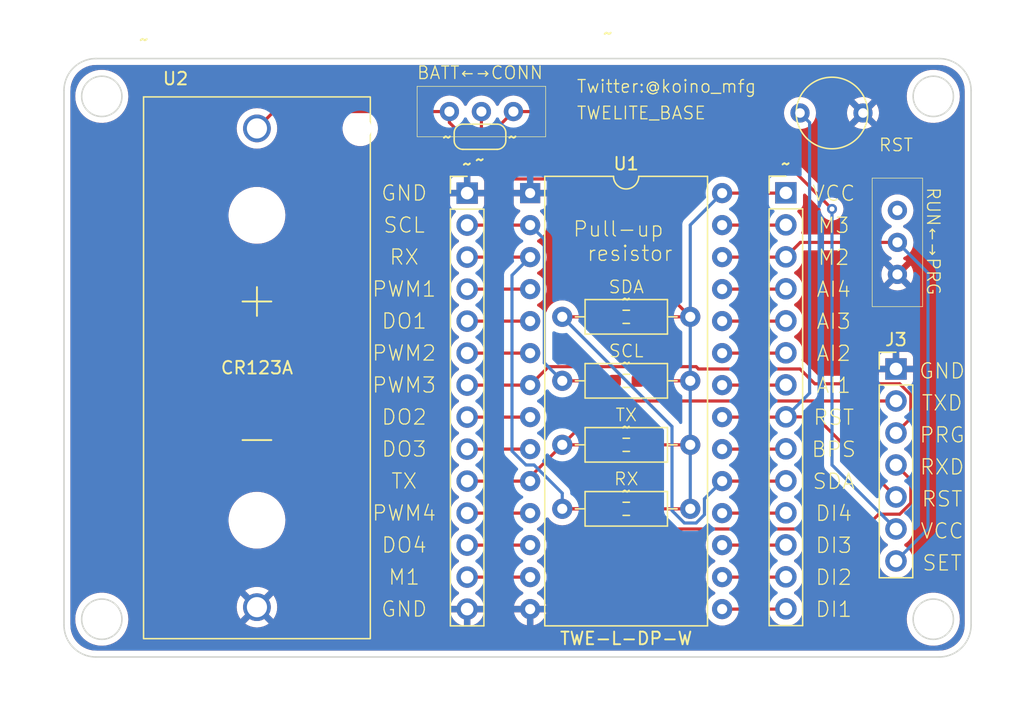
<source format=kicad_pcb>
(kicad_pcb (version 20211014) (generator pcbnew)
  (layers (0 "F.Cu" signal) (31 "B.Cu" signal) (34 "B.Paste" user) (35 "F.Paste" user) (36 "B.SilkS" user "B.Silkscreen") (37 "F.SilkS" user "F.Silkscreen") (38 "B.Mask" user) (39 "F.Mask" user) (44 "Edge.Cuts" user))
  (net 0 "")
  (net 1 "GND")
  (net 2 "Net-(J1-Pad2)")
  (net 3 "Net-(J1-Pad3)")
  (net 4 "Net-(J1-Pad4)")
  (net 5 "Net-(J1-Pad5)")
  (net 6 "Net-(J1-Pad6)")
  (net 7 "Net-(J1-Pad7)")
  (net 8 "Net-(J1-Pad8)")
  (net 9 "Net-(J1-Pad9)")
  (net 10 "Net-(J1-Pad10)")
  (net 11 "Net-(J1-Pad11)")
  (net 12 "Net-(J1-Pad12)")
  (net 13 "Net-(J1-Pad13)")
  (net 14 "+3V3")
  (net 15 "Net-(J2-Pad2)")
  (net 16 "Net-(J2-Pad3)")
  (net 17 "Net-(J2-Pad4)")
  (net 18 "Net-(J2-Pad5)")
  (net 19 "Net-(J2-Pad6)")
  (net 20 "Net-(J2-Pad7)")
  (net 21 "Net-(J2-Pad8)")
  (net 22 "Net-(J2-Pad9)")
  (net 23 "Net-(J2-Pad10)")
  (net 24 "Net-(J2-Pad11)")
  (net 25 "Net-(J2-Pad12)")
  (net 26 "Net-(J2-Pad13)")
  (net 27 "Net-(J2-Pad14)")
  (net 28 "Net-(J3-Pad6)")
  (net 29 "Net-(JP1-Pad3)")
  (footprint "Connector_PinHeader_2.54mm:PinHeader_1x14_P2.54mm_Vertical" (layer "F.Cu") (at 57.3 -36.84)
    (fp_text reference "~" (at 0 -2.33) (layer "F.SilkS"))
    (fp_text value "~")
    (fp_line (start -1.33 1.27) (end 1.33 1.27) (layer "F.SilkS") (width 0.12))
    (fp_line (start -1.33 1.27) (end -1.33 34.35) (layer "F.SilkS") (width 0.12))
    (fp_line (start 1.33 1.27) (end 1.33 34.35) (layer "F.SilkS") (width 0.12))
    (fp_line (start -1.33 34.35) (end 1.33 34.35) (layer "F.SilkS") (width 0.12))
    (fp_line (start -1.33 0) (end -1.33 -1.33) (layer "F.SilkS") (width 0.12))
    (fp_line (start -1.33 -1.33) (end 0 -1.33) (layer "F.SilkS") (width 0.12))
    (pad "1" thru_hole rect locked (at 0 0) (size 1.7 1.7) (drill 1) (layers *.Cu *.Mask) (net 14 "+3V3"))
    (pad "2" thru_hole oval locked (at 0 2.54) (size 1.7 1.7) (drill 1) (layers *.Cu *.Mask) (net 15 "Net-(J2-Pad2)"))
    (pad "3" thru_hole oval locked (at 0 5.08) (size 1.7 1.7) (drill 1) (layers *.Cu *.Mask) (net 16 "Net-(J2-Pad3)"))
    (pad "4" thru_hole oval locked (at 0 7.62) (size 1.7 1.7) (drill 1) (layers *.Cu *.Mask) (net 17 "Net-(J2-Pad4)"))
    (pad "5" thru_hole oval locked (at 0 10.16) (size 1.7 1.7) (drill 1) (layers *.Cu *.Mask) (net 18 "Net-(J2-Pad5)"))
    (pad "6" thru_hole oval locked (at 0 12.7) (size 1.7 1.7) (drill 1) (layers *.Cu *.Mask) (net 19 "Net-(J2-Pad6)"))
    (pad "7" thru_hole oval locked (at 0 15.24) (size 1.7 1.7) (drill 1) (layers *.Cu *.Mask) (net 20 "Net-(J2-Pad7)"))
    (pad "8" thru_hole oval locked (at 0 17.78) (size 1.7 1.7) (drill 1) (layers *.Cu *.Mask) (net 21 "Net-(J2-Pad8)"))
    (pad "9" thru_hole oval locked (at 0 20.32) (size 1.7 1.7) (drill 1) (layers *.Cu *.Mask) (net 22 "Net-(J2-Pad9)"))
    (pad "10" thru_hole oval locked (at 0 22.86) (size 1.7 1.7) (drill 1) (layers *.Cu *.Mask) (net 23 "Net-(J2-Pad10)"))
    (pad "11" thru_hole oval locked (at 0 25.4) (size 1.7 1.7) (drill 1) (layers *.Cu *.Mask) (net 24 "Net-(J2-Pad11)"))
    (pad "12" thru_hole oval locked (at 0 27.94) (size 1.7 1.7) (drill 1) (layers *.Cu *.Mask) (net 25 "Net-(J2-Pad12)"))
    (pad "13" thru_hole oval locked (at 0 30.48) (size 1.7 1.7) (drill 1) (layers *.Cu *.Mask) (net 26 "Net-(J2-Pad13)"))
    (pad "14" thru_hole oval locked (at 0 33.02) (size 1.7 1.7) (drill 1) (layers *.Cu *.Mask) (net 27 "Net-(J2-Pad14)"))
  )
  (footprint "Package_DIP:DIP-28_W15.24mm" (layer "F.Cu") (at 37 -36.82)
    (fp_text reference "U1" (at 7.62 -2.33) (layer "F.SilkS"))
    (fp_text value "TWE-L-DP-W" (at 7.62 35.35) (layer "F.SilkS"))
    (fp_line (start 6.62 -1.33) (end 1.16 -1.33) (layer "F.SilkS") (width 0.12))
    (fp_line (start 1.16 -1.33) (end 1.16 34.35) (layer "F.SilkS") (width 0.12))
    (fp_line (start 14.08 34.35) (end 14.08 -1.33) (layer "F.SilkS") (width 0.12))
    (fp_line (start 1.16 34.35) (end 14.08 34.35) (layer "F.SilkS") (width 0.12))
    (fp_line (start 14.08 -1.33) (end 8.62 -1.33) (layer "F.SilkS") (width 0.12))
    (fp_arc (start 8.62 -1.33) (mid 7.62 -0.33) (end 6.62 -1.33) (layer "F.SilkS") (width 0.12))
    (pad "1" thru_hole rect locked (at 0 0) (size 1.6 1.6) (drill 0.8) (layers *.Cu *.Mask) (net 1 "GND"))
    (pad "2" thru_hole oval locked (at 0 2.54) (size 1.6 1.6) (drill 0.8) (layers *.Cu *.Mask) (net 2 "Net-(J1-Pad2)"))
    (pad "3" thru_hole oval locked (at 0 5.08) (size 1.6 1.6) (drill 0.8) (layers *.Cu *.Mask) (net 3 "Net-(J1-Pad3)"))
    (pad "4" thru_hole oval locked (at 0 7.62) (size 1.6 1.6) (drill 0.8) (layers *.Cu *.Mask) (net 4 "Net-(J1-Pad4)"))
    (pad "5" thru_hole oval locked (at 0 10.16) (size 1.6 1.6) (drill 0.8) (layers *.Cu *.Mask) (net 5 "Net-(J1-Pad5)"))
    (pad "6" thru_hole oval locked (at 0 12.7) (size 1.6 1.6) (drill 0.8) (layers *.Cu *.Mask) (net 6 "Net-(J1-Pad6)"))
    (pad "7" thru_hole oval locked (at 0 15.24) (size 1.6 1.6) (drill 0.8) (layers *.Cu *.Mask) (net 7 "Net-(J1-Pad7)"))
    (pad "8" thru_hole oval locked (at 0 17.78) (size 1.6 1.6) (drill 0.8) (layers *.Cu *.Mask) (net 8 "Net-(J1-Pad8)"))
    (pad "9" thru_hole oval locked (at 0 20.32) (size 1.6 1.6) (drill 0.8) (layers *.Cu *.Mask) (net 9 "Net-(J1-Pad9)"))
    (pad "10" thru_hole oval locked (at 0 22.86) (size 1.6 1.6) (drill 0.8) (layers *.Cu *.Mask) (net 10 "Net-(J1-Pad10)"))
    (pad "11" thru_hole oval locked (at 0 25.4) (size 1.6 1.6) (drill 0.8) (layers *.Cu *.Mask) (net 11 "Net-(J1-Pad11)"))
    (pad "12" thru_hole oval locked (at 0 27.94) (size 1.6 1.6) (drill 0.8) (layers *.Cu *.Mask) (net 12 "Net-(J1-Pad12)"))
    (pad "13" thru_hole oval locked (at 0 30.48) (size 1.6 1.6) (drill 0.8) (layers *.Cu *.Mask) (net 13 "Net-(J1-Pad13)"))
    (pad "14" thru_hole oval locked (at 0 33.02) (size 1.6 1.6) (drill 0.8) (layers *.Cu *.Mask) (net 1 "GND"))
    (pad "15" thru_hole oval locked (at 15.24 33.02) (size 1.6 1.6) (drill 0.8) (layers *.Cu *.Mask) (net 27 "Net-(J2-Pad14)"))
    (pad "16" thru_hole oval locked (at 15.24 30.48) (size 1.6 1.6) (drill 0.8) (layers *.Cu *.Mask) (net 26 "Net-(J2-Pad13)"))
    (pad "17" thru_hole oval locked (at 15.24 27.94) (size 1.6 1.6) (drill 0.8) (layers *.Cu *.Mask) (net 25 "Net-(J2-Pad12)"))
    (pad "18" thru_hole oval locked (at 15.24 25.4) (size 1.6 1.6) (drill 0.8) (layers *.Cu *.Mask) (net 24 "Net-(J2-Pad11)"))
    (pad "19" thru_hole oval locked (at 15.24 22.86) (size 1.6 1.6) (drill 0.8) (layers *.Cu *.Mask) (net 23 "Net-(J2-Pad10)"))
    (pad "20" thru_hole oval locked (at 15.24 20.32) (size 1.6 1.6) (drill 0.8) (layers *.Cu *.Mask) (net 22 "Net-(J2-Pad9)"))
    (pad "21" thru_hole oval locked (at 15.24 17.78) (size 1.6 1.6) (drill 0.8) (layers *.Cu *.Mask) (net 21 "Net-(J2-Pad8)"))
    (pad "22" thru_hole oval locked (at 15.24 15.24) (size 1.6 1.6) (drill 0.8) (layers *.Cu *.Mask) (net 20 "Net-(J2-Pad7)"))
    (pad "23" thru_hole oval locked (at 15.24 12.7) (size 1.6 1.6) (drill 0.8) (layers *.Cu *.Mask) (net 19 "Net-(J2-Pad6)"))
    (pad "24" thru_hole oval locked (at 15.24 10.16) (size 1.6 1.6) (drill 0.8) (layers *.Cu *.Mask) (net 18 "Net-(J2-Pad5)"))
    (pad "25" thru_hole oval locked (at 15.24 7.62) (size 1.6 1.6) (drill 0.8) (layers *.Cu *.Mask) (net 17 "Net-(J2-Pad4)"))
    (pad "26" thru_hole oval locked (at 15.24 5.08) (size 1.6 1.6) (drill 0.8) (layers *.Cu *.Mask) (net 16 "Net-(J2-Pad3)"))
    (pad "27" thru_hole oval locked (at 15.24 2.54) (size 1.6 1.6) (drill 0.8) (layers *.Cu *.Mask) (net 15 "Net-(J2-Pad2)"))
    (pad "28" thru_hole oval locked (at 15.24 0) (size 1.6 1.6) (drill 0.8) (layers *.Cu *.Mask) (net 14 "+3V3"))
  )
  (footprint "Resistor_SMD:R_0603_1608Metric_Pad0.98x0.95mm_HandSolder" (layer "F.Cu") (at 44.63 -11.76)
    (fp_text reference "~" (at 0 -1.43) (layer "F.SilkS"))
    (fp_text value "~")
    (fp_line (start -0.254724 -0.5225) (end 0.254724 -0.5225) (layer "F.SilkS") (width 0.12))
    (fp_line (start -0.254724 0.5225) (end 0.254724 0.5225) (layer "F.SilkS") (width 0.12))
    (pad "1" smd roundrect locked (at -0.9125 0) (size 0.975 0.95) (layers "F.Cu" "F.Paste" "F.Mask") (net 3 "Net-(J1-Pad3)"))
    (pad "2" smd roundrect locked (at 0.9125 0) (size 0.975 0.95) (layers "F.Cu" "F.Paste" "F.Mask") (net 14 "+3V3"))
  )
  (footprint "Connector_PinHeader_2.54mm:PinHeader_1x07_P2.54mm_Vertical" (layer "F.Cu") (at 66.04 -22.86)
    (fp_text reference "J3" (at 0 -2.33) (layer "F.SilkS"))
    (fp_text value "~")
    (fp_line (start -1.33 16.57) (end 1.33 16.57) (layer "F.SilkS") (width 0.12))
    (fp_line (start -1.33 -1.33) (end 0 -1.33) (layer "F.SilkS") (width 0.12))
    (fp_line (start -1.33 0) (end -1.33 -1.33) (layer "F.SilkS") (width 0.12))
    (fp_line (start -1.33 1.27) (end -1.33 16.57) (layer "F.SilkS") (width 0.12))
    (fp_line (start -1.33 1.27) (end 1.33 1.27) (layer "F.SilkS") (width 0.12))
    (fp_line (start 1.33 1.27) (end 1.33 16.57) (layer "F.SilkS") (width 0.12))
    (pad "1" thru_hole rect locked (at 0 0) (size 1.7 1.7) (drill 1) (layers *.Cu *.Mask) (net 1 "GND"))
    (pad "2" thru_hole oval locked (at 0 2.54) (size 1.7 1.7) (drill 1) (layers *.Cu *.Mask) (net 10 "Net-(J1-Pad10)"))
    (pad "3" thru_hole oval locked (at 0 5.08) (size 1.7 1.7) (drill 1) (layers *.Cu *.Mask) (net 7 "Net-(J1-Pad7)"))
    (pad "4" thru_hole oval locked (at 0 7.62) (size 1.7 1.7) (drill 1) (layers *.Cu *.Mask) (net 3 "Net-(J1-Pad3)"))
    (pad "5" thru_hole oval locked (at 0 10.16) (size 1.7 1.7) (drill 1) (layers *.Cu *.Mask) (net 21 "Net-(J2-Pad8)"))
    (pad "6" thru_hole oval locked (at 0 12.7) (size 1.7 1.7) (drill 1) (layers *.Cu *.Mask) (net 28 "Net-(J3-Pad6)"))
    (pad "7" thru_hole oval locked (at 0 15.24) (size 1.7 1.7) (drill 1) (layers *.Cu *.Mask) (net 16 "Net-(J2-Pad3)"))
  )
  (footprint "Connector_PinHeader_2.54mm:PinHeader_1x14_P2.54mm_Vertical" (layer "F.Cu") (at 32 -36.82)
    (fp_text reference "~" (at 0 -2.33) (layer "F.SilkS"))
    (fp_text value "~")
    (fp_line (start -1.33 34.35) (end 1.33 34.35) (layer "F.SilkS") (width 0.12))
    (fp_line (start -1.33 -1.33) (end 0 -1.33) (layer "F.SilkS") (width 0.12))
    (fp_line (start 1.33 1.27) (end 1.33 34.35) (layer "F.SilkS") (width 0.12))
    (fp_line (start -1.33 1.27) (end -1.33 34.35) (layer "F.SilkS") (width 0.12))
    (fp_line (start -1.33 0) (end -1.33 -1.33) (layer "F.SilkS") (width 0.12))
    (fp_line (start -1.33 1.27) (end 1.33 1.27) (layer "F.SilkS") (width 0.12))
    (pad "1" thru_hole rect locked (at 0 0) (size 1.7 1.7) (drill 1) (layers *.Cu *.Mask) (net 1 "GND"))
    (pad "2" thru_hole oval locked (at 0 2.54) (size 1.7 1.7) (drill 1) (layers *.Cu *.Mask) (net 2 "Net-(J1-Pad2)"))
    (pad "3" thru_hole oval locked (at 0 5.08) (size 1.7 1.7) (drill 1) (layers *.Cu *.Mask) (net 3 "Net-(J1-Pad3)"))
    (pad "4" thru_hole oval locked (at 0 7.62) (size 1.7 1.7) (drill 1) (layers *.Cu *.Mask) (net 4 "Net-(J1-Pad4)"))
    (pad "5" thru_hole oval locked (at 0 10.16) (size 1.7 1.7) (drill 1) (layers *.Cu *.Mask) (net 5 "Net-(J1-Pad5)"))
    (pad "6" thru_hole oval locked (at 0 12.7) (size 1.7 1.7) (drill 1) (layers *.Cu *.Mask) (net 6 "Net-(J1-Pad6)"))
    (pad "7" thru_hole oval locked (at 0 15.24) (size 1.7 1.7) (drill 1) (layers *.Cu *.Mask) (net 7 "Net-(J1-Pad7)"))
    (pad "8" thru_hole oval locked (at 0 17.78) (size 1.7 1.7) (drill 1) (layers *.Cu *.Mask) (net 8 "Net-(J1-Pad8)"))
    (pad "9" thru_hole oval locked (at 0 20.32) (size 1.7 1.7) (drill 1) (layers *.Cu *.Mask) (net 9 "Net-(J1-Pad9)"))
    (pad "10" thru_hole oval locked (at 0 22.86) (size 1.7 1.7) (drill 1) (layers *.Cu *.Mask) (net 10 "Net-(J1-Pad10)"))
    (pad "11" thru_hole oval locked (at 0 25.4) (size 1.7 1.7) (drill 1) (layers *.Cu *.Mask) (net 11 "Net-(J1-Pad11)"))
    (pad "12" thru_hole oval locked (at 0 27.94) (size 1.7 1.7) (drill 1) (layers *.Cu *.Mask) (net 12 "Net-(J1-Pad12)"))
    (pad "13" thru_hole oval locked (at 0 30.48) (size 1.7 1.7) (drill 1) (layers *.Cu *.Mask) (net 13 "Net-(J1-Pad13)"))
    (pad "14" thru_hole oval locked (at 0 33.02) (size 1.7 1.7) (drill 1) (layers *.Cu *.Mask) (net 1 "GND"))
  )
  (footprint "KICAD_MYLIB:SW_SLIDE_sengoku" (layer "F.Cu") (at 28.0325 -41.2925)
    (fp_text reference "BATT←→CONN" (at 4.9875 -5.08) (layer "F.SilkS") (effects (font (thickness 0.1))))
    (fp_text value "~")
    (fp_line (start 10.2 -4) (end 10.2 0) (layer "F.SilkS") (width 0.05))
    (fp_line (start 10.2 0) (end 0 0) (layer "F.SilkS") (width 0.05))
    (fp_line (start 0 -4) (end 0 0) (layer "F.SilkS") (width 0.05))
    (fp_line (start 10.2 -4) (end 0 -4) (layer "F.SilkS") (width 0.05))
    (pad "1" thru_hole circle locked (at 2.56 -2) (size 1.524 1.524) (drill 0.8) (layers *.Cu *.Mask) (net 29 "Net-(JP1-Pad3)"))
    (pad "2" thru_hole circle locked (at 5.1 -2) (size 1.524 1.524) (drill 0.8) (layers *.Cu *.Mask) (net 14 "+3V3"))
    (pad "3" thru_hole circle locked (at 7.64 -2) (size 1.524 1.524) (drill 0.8) (layers *.Cu *.Mask) (net 28 "Net-(J3-Pad6)"))
  )
  (footprint "Resistor_THT:R_Axial_DIN0207_L6.3mm_D2.5mm_P10.16mm_Horizontal" (layer "F.Cu") (at 39.55 -21.92)
    (fp_text reference "SCL" (at 5.08 -2.37) (layer "F.SilkS") (effects (font (thickness 0.1))))
    (fp_text value "~")
    (fp_line (start 8.35 -1.37) (end 1.81 -1.37) (layer "F.SilkS") (width 0.12))
    (fp_line (start 1.04 0) (end 1.81 0) (layer "F.SilkS") (width 0.12))
    (fp_line (start 1.81 -1.37) (end 1.81 1.37) (layer "F.SilkS") (width 0.12))
    (fp_line (start 9.12 0) (end 8.35 0) (layer "F.SilkS") (width 0.12))
    (fp_line (start 1.81 1.37) (end 8.35 1.37) (layer "F.SilkS") (width 0.12))
    (fp_line (start 8.35 1.37) (end 8.35 -1.37) (layer "F.SilkS") (width 0.12))
    (pad "1" thru_hole circle locked (at 0 0) (size 1.6 1.6) (drill 0.8) (layers *.Cu *.Mask) (net 2 "Net-(J1-Pad2)"))
    (pad "2" thru_hole oval locked (at 10.16 0) (size 1.6 1.6) (drill 0.8) (layers *.Cu *.Mask) (net 14 "+3V3"))
  )
  (footprint "Resistor_THT:R_Axial_DIN0207_L6.3mm_D2.5mm_P10.16mm_Horizontal" (layer "F.Cu") (at 39.55 -16.84)
    (fp_text reference "TX" (at 5.08 -2.37) (layer "F.SilkS") (effects (font (thickness 0.1))))
    (fp_text value "~")
    (fp_line (start 1.81 1.37) (end 8.35 1.37) (layer "F.SilkS") (width 0.12))
    (fp_line (start 8.35 1.37) (end 8.35 -1.37) (layer "F.SilkS") (width 0.12))
    (fp_line (start 1.81 -1.37) (end 1.81 1.37) (layer "F.SilkS") (width 0.12))
    (fp_line (start 9.12 0) (end 8.35 0) (layer "F.SilkS") (width 0.12))
    (fp_line (start 1.04 0) (end 1.81 0) (layer "F.SilkS") (width 0.12))
    (fp_line (start 8.35 -1.37) (end 1.81 -1.37) (layer "F.SilkS") (width 0.12))
    (pad "1" thru_hole circle locked (at 0 0) (size 1.6 1.6) (drill 0.8) (layers *.Cu *.Mask) (net 10 "Net-(J1-Pad10)"))
    (pad "2" thru_hole oval locked (at 10.16 0) (size 1.6 1.6) (drill 0.8) (layers *.Cu *.Mask) (net 14 "+3V3"))
  )
  (footprint "Resistor_SMD:R_0603_1608Metric_Pad0.98x0.95mm_HandSolder" (layer "F.Cu") (at 44.63 -16.84)
    (fp_text reference "~" (at 0 -1.43) (layer "F.SilkS"))
    (fp_text value "~")
    (fp_line (start -0.254724 0.5225) (end 0.254724 0.5225) (layer "F.SilkS") (width 0.12))
    (fp_line (start -0.254724 -0.5225) (end 0.254724 -0.5225) (layer "F.SilkS") (width 0.12))
    (pad "1" smd roundrect locked (at -0.9125 0) (size 0.975 0.95) (layers "F.Cu" "F.Paste" "F.Mask") (net 10 "Net-(J1-Pad10)"))
    (pad "2" smd roundrect locked (at 0.9125 0) (size 0.975 0.95) (layers "F.Cu" "F.Paste" "F.Mask") (net 14 "+3V3"))
  )
  (footprint "KICAD_MYLIB:SW_SLIDE_sengoku" (layer "F.Cu") (at 64.1525 -38.0075 -90)
    (fp_text reference locked "RUN←→PRG" (at 5.0075 -4.8475 -90 unlocked) (layer "F.SilkS") (effects (font (thickness 0.1))))
    (fp_text value "~")
    (fp_line (start 10.2 0) (end 0 0) (layer "F.SilkS") (width 0.05))
    (fp_line (start 10.2 -4) (end 0 -4) (layer "F.SilkS") (width 0.05))
    (fp_line (start 0 -4) (end 0 0) (layer "F.SilkS") (width 0.05))
    (fp_line (start 10.2 -4) (end 10.2 0) (layer "F.SilkS") (width 0.05))
    (pad "1" thru_hole circle locked (at 2.56 -2 270) (size 1.524 1.524) (drill 0.8) (layers *.Cu *.Mask))
    (pad "2" thru_hole circle locked (at 5.1 -2 270) (size 1.524 1.524) (drill 0.8) (layers *.Cu *.Mask) (net 16 "Net-(J2-Pad3)"))
    (pad "3" thru_hole circle locked (at 7.64 -2 270) (size 1.524 1.524) (drill 0.8) (layers *.Cu *.Mask) (net 1 "GND"))
  )
  (footprint "KICAD_MYLIB:akizuki_C_plate" (layer "F.Cu") (at 0 0)
    (fp_text reference "~" (at 6.35 -49.03) (layer "F.SilkS"))
    (fp_text value "akizuki_C_plate")
    (fp_line (start 72 -2.54) (end 72 -44.96) (layer "Edge.Cuts") (width 0.12))
    (fp_line (start 0 -2.54) (end 0 -44.96) (layer "Edge.Cuts") (width 0.12))
    (fp_line (start 2.54 0) (end 69.46 0) (layer "Edge.Cuts") (width 0.12))
    (fp_line (start 2.54 -47.5) (end 69.46 -47.5) (layer "Edge.Cuts") (width 0.12))
    (fp_arc (start 0 -44.96) (mid 0.743949 -46.756051) (end 2.54 -47.5) (layer "Edge.Cuts") (width 0.12))
    (fp_arc (start 72 -2.54) (mid 71.256051 -0.743949) (end 69.46 0) (layer "Edge.Cuts") (width 0.12))
    (fp_arc (start 2.54 0) (mid 0.743949 -0.743949) (end 0 -2.54) (layer "Edge.Cuts") (width 0.12))
    (fp_arc (start 69.46 -47.5) (mid 71.256051 -46.756051) (end 72 -44.96) (layer "Edge.Cuts") (width 0.12))
    (fp_circle (center 69 -3) (end 70.6 -3) (layer "Edge.Cuts") (width 0.12) (fill none))
    (fp_circle (center 3 -3) (end 4.6 -3) (layer "Edge.Cuts") (width 0.12) (fill none))
    (fp_circle (center 3 -44.5) (end 4.6 -44.5) (layer "Edge.Cuts") (width 0.12) (fill none))
    (fp_circle (center 69 -44.5) (end 70.6 -44.5) (layer "Edge.Cuts") (width 0.12) (fill none))
  )
  (footprint "KICAD_MYLIB:SW_PUSH_2pin" (layer "F.Cu") (at 58.42 -43.18)
    (fp_text reference "RST" (at 7.62 2.54 180) (layer "F.SilkS") (effects (font (thickness 0.1))))
    (fp_text value "~")
    (fp_circle (center 2.54 0) (end 5.08 1.27) (layer "F.SilkS") (width 0.12) (fill none))
    (pad "1" thru_hole circle locked (at 0 0) (size 1.524 1.524) (drill 0.762) (layers *.Cu *.Mask) (net 21 "Net-(J2-Pad8)"))
    (pad "2" thru_hole circle locked (at 5 0) (size 1.524 1.524) (drill 0.762) (layers *.Cu *.Mask) (net 1 "GND"))
  )
  (footprint "Resistor_THT:R_Axial_DIN0207_L6.3mm_D2.5mm_P10.16mm_Horizontal" (layer "F.Cu") (at 39.55 -27)
    (fp_text reference "SDA" (at 5.08 -2.37) (layer "F.SilkS") (effects (font (thickness 0.1))))
    (fp_text value "~")
    (fp_line (start 9.12 0) (end 8.35 0) (layer "F.SilkS") (width 0.12))
    (fp_line (start 1.81 -1.37) (end 1.81 1.37) (layer "F.SilkS") (width 0.12))
    (fp_line (start 8.35 -1.37) (end 1.81 -1.37) (layer "F.SilkS") (width 0.12))
    (fp_line (start 8.35 1.37) (end 8.35 -1.37) (layer "F.SilkS") (width 0.12))
    (fp_line (start 1.81 1.37) (end 8.35 1.37) (layer "F.SilkS") (width 0.12))
    (fp_line (start 1.04 0) (end 1.81 0) (layer "F.SilkS") (width 0.12))
    (pad "1" thru_hole circle locked (at 0 0) (size 1.6 1.6) (drill 0.8) (layers *.Cu *.Mask) (net 23 "Net-(J2-Pad10)"))
    (pad "2" thru_hole oval locked (at 10.16 0) (size 1.6 1.6) (drill 0.8) (layers *.Cu *.Mask) (net 14 "+3V3"))
  )
  (footprint "Resistor_SMD:R_0603_1608Metric_Pad0.98x0.95mm_HandSolder" (layer "F.Cu") (at 44.63 -21.92)
    (fp_text reference "~" (at 0 -1.43) (layer "F.SilkS"))
    (fp_text value "~")
    (fp_line (start -0.254724 -0.5225) (end 0.254724 -0.5225) (layer "F.SilkS") (width 0.12))
    (fp_line (start -0.254724 0.5225) (end 0.254724 0.5225) (layer "F.SilkS") (width 0.12))
    (pad "1" smd roundrect locked (at -0.9125 0) (size 0.975 0.95) (layers "F.Cu" "F.Paste" "F.Mask") (net 2 "Net-(J1-Pad2)"))
    (pad "2" smd roundrect locked (at 0.9125 0) (size 0.975 0.95) (layers "F.Cu" "F.Paste" "F.Mask") (net 14 "+3V3"))
  )
  (footprint "KICAD_MYLIB:BHC-CR123A" (layer "F.Cu") (at 6.315 -1.455)
    (fp_text reference "U2" (at 2.54 -44.45 unlocked) (layer "F.SilkS"))
    (fp_text value "~")
    (fp_text user "+" (at 9 -27 unlocked) (layer "F.SilkS") (effects (font (size 3 3))))
    (fp_text user "-" (at 9 -16 unlocked) (layer "F.SilkS") (effects (font (size 3 3))))
    (fp_text user "CR123A" (at 9 -21.5 unlocked) (layer "F.SilkS"))
    (fp_rect (start 0 -43) (end 18 0) (layer "F.SilkS") (width 0.12) (fill none))
    (pad "" np_thru_hole circle (at 17.2 -40.5) (size 1.8 1.8) (drill 1.8) (layers F&B.Cu *.Mask))
    (pad "" np_thru_hole circle (at 9 -33.6) (size 3.5 3.5) (drill 3.5) (layers F&B.Cu *.Mask))
    (pad "" np_thru_hole circle (at 9 -9.4) (size 3.5 3.5) (drill 3.5) (layers F&B.Cu *.Mask))
    (pad "1" thru_hole circle (at 9 -40.5) (size 2.2 2.2) (drill 1.6) (layers *.Cu *.Mask) (net 29 "Net-(JP1-Pad3)"))
    (pad "2" thru_hole circle (at 9 -2.5) (size 2.2 2.2) (drill 1.6) (layers *.Cu *.Mask) (net 1 "GND"))
  )
  (footprint "Jumper:SolderJumper-3_P1.3mm_Open_RoundedPad1.0x1.5mm_NumberLabels" (layer "F.Cu") (at 33.02 -41.2925 180)
    (fp_text reference "~" (at 0 -1.8) (layer "F.SilkS"))
    (fp_text value "~")
    (fp_text user "~" (at -2.6 0) (layer "F.SilkS"))
    (fp_text user "~" (at 2.6 0) (layer "F.SilkS"))
    (fp_line (start 1.4 1) (end -1.4 1) (layer "F.SilkS") (width 0.12))
    (fp_line (start 2.05 -0.3) (end 2.05 0.3) (layer "F.SilkS") (width 0.12))
    (fp_line (start -2.05 0.3) (end -2.05 -0.3) (layer "F.SilkS") (width 0.12))
    (fp_line (start -1.4 -1) (end 1.4 -1) (layer "F.SilkS") (width 0.12))
    (fp_arc (start 2.05 0.3) (mid 1.844975 0.794975) (end 1.35 1) (layer "F.SilkS") (width 0.12))
    (fp_arc (start -2.05 -0.3) (mid -1.844975 -0.794975) (end -1.35 -1) (layer "F.SilkS") (width 0.12))
    (fp_arc (start 1.35 -1) (mid 1.844975 -0.794975) (end 2.05 -0.3) (layer "F.SilkS") (width 0.12))
    (fp_arc (start -1.35 1) (mid -1.844975 0.794975) (end -2.05 0.3) (layer "F.SilkS") (width 0.12))
    (pad "1" smd custom locked (at -1.3 0 180) (size 1 0.5) (layers "F.Cu" "F.Mask") (net 28 "Net-(J3-Pad6)") (options (clearance outline) (anchor rect)) (primitives (gr_circle (center 0 0.25) (end 0.5 0.25) (width 0) (fill yes)) (gr_circle (center 0 -0.25) (end 0.5 -0.25) (width 0) (fill yes)) (gr_poly (pts (xy 0.55 0.75) (xy 0 0.75) (xy 0 -0.75) (xy 0.55 -0.75)) (width 0) (fill yes))))
    (pad "2" smd rect locked (at 0 0 180) (size 1 1.5) (layers "F.Cu" "F.Mask") (net 14 "+3V3"))
    (pad "3" smd custom locked (at 1.3 0 180) (size 1 0.5) (layers "F.Cu" "F.Mask") (net 29 "Net-(JP1-Pad3)") (options (clearance outline) (anchor rect)) (primitives (gr_circle (center 0 0.25) (end 0.5 0.25) (width 0) (fill yes)) (gr_circle (center 0 -0.25) (end 0.5 -0.25) (width 0) (fill yes)) (gr_poly (pts (xy 0 0.75) (xy -0.55 0.75) (xy -0.55 -0.75) (xy 0 -0.75)) (width 0) (fill yes))))
  )
  (footprint "Resistor_SMD:R_0603_1608Metric_Pad0.98x0.95mm_HandSolder" (layer "F.Cu") (at 44.63 -27)
    (fp_text reference "~" (at 0 -1.43) (layer "F.SilkS"))
    (fp_text value "~")
    (fp_line (start -0.254724 -0.5225) (end 0.254724 -0.5225) (layer "F.SilkS") (width 0.12))
    (fp_line (start -0.254724 0.5225) (end 0.254724 0.5225) (layer "F.SilkS") (width 0.12))
    (pad "1" smd roundrect locked (at -0.9125 0) (size 0.975 0.95) (layers "F.Cu" "F.Paste" "F.Mask") (net 23 "Net-(J2-Pad10)"))
    (pad "2" smd roundrect locked (at 0.9125 0) (size 0.975 0.95) (layers "F.Cu" "F.Paste" "F.Mask") (net 14 "+3V3"))
  )
  (footprint "KICAD_MYLIB:signature_koino" (layer "F.Cu") (at 40.64 -45.72)
    (fp_text reference "~" (at 2.54 -3.81) (layer "F.SilkS"))
    (fp_text value "signature_koino")
    (fp_text user "Twitter:@koino_mfg" (at 0 0.4275) (layer "F.SilkS") (effects (font (thickness 0.1)) (justify left)))
  )
  (footprint "Resistor_THT:R_Axial_DIN0207_L6.3mm_D2.5mm_P10.16mm_Horizontal" (layer "F.Cu") (at 39.55 -11.76)
    (fp_text reference "RX" (at 5.08 -2.37) (layer "F.SilkS") (effects (font (thickness 0.1))))
    (fp_text value "~")
    (fp_line (start 8.35 1.37) (end 8.35 -1.37) (layer "F.SilkS") (width 0.12))
    (fp_line (start 8.35 -1.37) (end 1.81 -1.37) (layer "F.SilkS") (width 0.12))
    (fp_line (start 9.12 0) (end 8.35 0) (layer "F.SilkS") (width 0.12))
    (fp_line (start 1.81 1.37) (end 8.35 1.37) (layer "F.SilkS") (width 0.12))
    (fp_line (start 1.81 -1.37) (end 1.81 1.37) (layer "F.SilkS") (width 0.12))
    (fp_line (start 1.04 0) (end 1.81 0) (layer "F.SilkS") (width 0.12))
    (pad "1" thru_hole circle locked (at 0 0) (size 1.6 1.6) (drill 0.8) (layers *.Cu *.Mask) (net 3 "Net-(J1-Pad3)"))
    (pad "2" thru_hole oval locked (at 10.16 0) (size 1.6 1.6) (drill 0.8) (layers *.Cu *.Mask) (net 14 "+3V3"))
  )
  (gr_text "BPS" (at 61.1 -16.48) (layer "F.SilkS") (effects (font (size 1.2 1.2) (thickness 0.1))))
  (gr_text "PWM1" (at 27 -29.2) (layer "F.SilkS") (effects (font (size 1.2 1.2) (thickness 0.1))))
  (gr_text "AI3" (at 61.1 -26.64) (layer "F.SilkS") (effects (font (size 1.2 1.2) (thickness 0.1))))
  (gr_text "TWELITE_BASE" (at 40.64 -43.18) (layer "F.SilkS") (effects (font (size 1 1) (thickness 0.1)) (justify left)))
  (gr_text "VCC" (at 69.7 -10) (layer "F.SilkS") (effects (font (size 1.2 1.2) (thickness 0.1))))
  (gr_text "SCL" (at 27 -34.28) (layer "F.SilkS") (effects (font (size 1.2 1.2) (thickness 0.1))))
  (gr_text "AI1" (at 61.1 -21.56) (layer "F.SilkS") (effects (font (size 1.2 1.2) (thickness 0.1))))
  (gr_text "PWM2" (at 27 -24.12) (layer "F.SilkS") (effects (font (size 1.2 1.2) (thickness 0.1))))
  (gr_text "GND" (at 69.7 -22.7) (layer "F.SilkS") (effects (font (size 1.2 1.2) (thickness 0.1))))
  (gr_text "VCC" (at 61.1 -36.8) (layer "F.SilkS") (effects (font (size 1.2 1.2) (thickness 0.1))))
  (gr_text "DO3" (at 27 -16.5) (layer "F.SilkS") (effects (font (size 1.2 1.2) (thickness 0.1))))
  (gr_text "TX" (at 27 -13.96) (layer "F.SilkS") (effects (font (size 1.2 1.2) (thickness 0.1))))
  (gr_text "TXD" (at 69.7 -20.16) (layer "F.SilkS") (effects (font (size 1.2 1.2) (thickness 0.1))))
  (gr_text "SDA" (at 61.1 -13.94) (layer "F.SilkS") (effects (font (size 1.2 1.2) (thickness 0.1))))
  (gr_text "DI4" (at 61.1 -11.4) (layer "F.SilkS") (effects (font (size 1.2 1.2) (thickness 0.1))))
  (gr_text "RXD" (at 69.7 -15.08) (layer "F.SilkS") (effects (font (size 1.2 1.2) (thickness 0.1))))
  (gr_text "RX" (at 27 -31.74) (layer "F.SilkS") (effects (font (size 1.2 1.2) (thickness 0.1))))
  (gr_text "GND" (at 27 -36.82) (layer "F.SilkS") (effects (font (size 1.2 1.2) (thickness 0.1))))
  (gr_text "DO4" (at 27 -8.88) (layer "F.SilkS") (effects (font (size 1.2 1.2) (thickness 0.1))))
  (gr_text "RST" (at 69.7 -12.54) (layer "F.SilkS") (effects (font (size 1.2 1.2) (thickness 0.1))))
  (gr_text "GND" (at 27 -3.8) (layer "F.SilkS") (effects (font (size 1.2 1.2) (thickness 0.1))))
  (gr_text "Pull-up\n  resistor" (at 44 -33) (layer "F.SilkS") (effects (font (size 1.2 1.2) (thickness 0.1))))
  (gr_text "AI2" (at 61.1 -24.1) (layer "F.SilkS") (effects (font (size 1.2 1.2) (thickness 0.1))))
  (gr_text "M1" (at 27 -6.34) (layer "F.SilkS") (effects (font (size 1.2 1.2) (thickness 0.1))))
  (gr_text "M3" (at 61.1 -34.26) (layer "F.SilkS") (effects (font (size 1.2 1.2) (thickness 0.1))))
  (gr_text "RST" (at 61.1 -19.02) (layer "F.SilkS") (effects (font (size 1.2 1.2) (thickness 0.1))))
  (gr_text "DI3" (at 61.1 -8.86) (layer "F.SilkS") (effects (font (size 1.2 1.2) (thickness 0.1))))
  (gr_text "AI4" (at 61.1 -29.18) (layer "F.SilkS") (effects (font (size 1.2 1.2) (thickness 0.1))))
  (gr_text "PWM3" (at 27 -21.58) (layer "F.SilkS") (effects (font (size 1.2 1.2) (thickness 0.1))))
  (gr_text "DI1" (at 61.1 -3.78) (layer "F.SilkS") (effects (font (size 1.2 1.2) (thickness 0.1))))
  (gr_text "DO2" (at 27 -19.04) (layer "F.SilkS") (effects (font (size 1.2 1.2) (thickness 0.1))))
  (gr_text "PRG" (at 69.7 -17.62) (layer "F.SilkS") (effects (font (size 1.2 1.2) (thickness 0.1))))
  (gr_text "SET" (at 69.7 -7.46) (layer "F.SilkS") (effects (font (size 1.2 1.2) (thickness 0.1))))
  (gr_text "PWM4" (at 27 -11.42) (layer "F.SilkS") (effects (font (size 1.2 1.2) (thickness 0.1))))
  (gr_text "DI2" (at 61.1 -6.32) (layer "F.SilkS") (effects (font (size 1.2 1.2) (thickness 0.1))))
  (gr_text "M2" (at 61.1 -31.72) (layer "F.SilkS") (effects (font (size 1.2 1.2) (thickness 0.1))))
  (gr_text "DO1" (at 27 -26.66) (layer "F.SilkS") (effects (font (size 1.2 1.2) (thickness 0.1))))
  (segment (start 32 -36.82) (end 37 -36.82) (width 0.25) (layer "F.Cu") (net 1))
  (segment (start 32 -3.8) (end 37 -3.8) (width 0.25) (layer "F.Cu") (net 1))
  (segment (start 43.7175 -21.92) (end 39.55 -21.92) (width 0.25) (layer "F.Cu") (net 2))
  (segment (start 37 -34.28) (end 32 -34.28) (width 0.25) (layer "F.Cu") (net 2))
  (segment (start 39.55 -21.92) (end 38.124511 -23.345489) (width 0.25) (layer "B.Cu") (net 2))
  (segment (start 38.124511 -23.345489) (end 38.124511 -33.155489) (width 0.25) (layer "B.Cu") (net 2))
  (segment (start 38.124511 -33.155489) (end 37 -34.28) (width 0.25) (layer "B.Cu") (net 2))
  (segment (start 67.214511 -12.213501) (end 66.335521 -11.334511) (width 0.25) (layer "F.Cu") (net 3))
  (segment (start 32 -31.74) (end 37 -31.74) (width 0.25) (layer "F.Cu") (net 3))
  (segment (start 43.7175 -11.76) (end 39.55 -11.76) (width 0.25) (layer "F.Cu") (net 3))
  (segment (start 67.214511 -14.065489) (end 67.214511 -12.213501) (width 0.25) (layer "F.Cu") (net 3))
  (segment (start 66.04 -15.24) (end 67.214511 -14.065489) (width 0.25) (layer "F.Cu") (net 3))
  (segment (start 64.674511 -11.334511) (end 63.5 -10.16) (width 0.25) (layer "F.Cu") (net 3))
  (segment (start 41.58 -11.76) (end 39.55 -11.76) (width 0.25) (layer "F.Cu") (net 3))
  (segment (start 66.335521 -11.334511) (end 64.674511 -11.334511) (width 0.25) (layer "F.Cu") (net 3))
  (segment (start 43.18 -10.16) (end 41.58 -11.76) (width 0.25) (layer "F.Cu") (net 3))
  (segment (start 63.5 -10.16) (end 43.18 -10.16) (width 0.25) (layer "F.Cu") (net 3))
  (segment (start 35.56 -16.3497) (end 35.56 -30.3) (width 0.25) (layer "B.Cu") (net 3))
  (segment (start 35.56 -30.3) (end 37 -31.74) (width 0.25) (layer "B.Cu") (net 3))
  (segment (start 39.55 -13.0003) (end 37.3103 -15.24) (width 0.25) (layer "B.Cu") (net 3))
  (segment (start 37.3103 -15.24) (end 36.6697 -15.24) (width 0.25) (layer "B.Cu") (net 3))
  (segment (start 36.6697 -15.24) (end 35.56 -16.3497) (width 0.25) (layer "B.Cu") (net 3))
  (segment (start 39.55 -11.76) (end 39.55 -13.0003) (width 0.25) (layer "B.Cu") (net 3))
  (segment (start 32 -29.2) (end 37 -29.2) (width 0.25) (layer "F.Cu") (net 4))
  (segment (start 32 -26.66) (end 37 -26.66) (width 0.25) (layer "F.Cu") (net 5))
  (segment (start 32 -24.12) (end 37 -24.12) (width 0.25) (layer "F.Cu") (net 6))
  (segment (start 50.175789 -23.044511) (end 38.464511 -23.044511) (width 0.25) (layer "F.Cu") (net 7))
  (segment (start 38.464511 -23.044511) (end 37 -21.58) (width 0.25) (layer "F.Cu") (net 7))
  (segment (start 66.335521 -21.685489) (end 59.594511 -21.685489) (width 0.25) (layer "F.Cu") (net 7))
  (segment (start 66.04 -17.78) (end 67.214511 -18.954511) (width 0.25) (layer "F.Cu") (net 7))
  (segment (start 59.594511 -21.685489) (end 58.42 -22.86) (width 0.25) (layer "F.Cu") (net 7))
  (segment (start 67.214511 -18.954511) (end 67.214511 -20.806499) (width 0.25) (layer "F.Cu") (net 7))
  (segment (start 32 -21.58) (end 37 -21.58) (width 0.25) (layer "F.Cu") (net 7))
  (segment (start 58.42 -22.86) (end 50.3603 -22.86) (width 0.25) (layer "F.Cu") (net 7))
  (segment (start 67.214511 -20.806499) (end 66.335521 -21.685489) (width 0.25) (layer "F.Cu") (net 7))
  (segment (start 50.3603 -22.86) (end 50.175789 -23.044511) (width 0.25) (layer "F.Cu") (net 7))
  (segment (start 32 -19.04) (end 37 -19.04) (width 0.25) (layer "F.Cu") (net 8))
  (segment (start 32 -16.5) (end 37 -16.5) (width 0.25) (layer "F.Cu") (net 9))
  (segment (start 43.03 -20.32) (end 39.55 -16.84) (width 0.25) (layer "F.Cu") (net 10))
  (segment (start 43.7175 -16.84) (end 39.55 -16.84) (width 0.25) (layer "F.Cu") (net 10))
  (segment (start 32 -13.96) (end 37 -13.96) (width 0.25) (layer "F.Cu") (net 10))
  (segment (start 39.55 -16.84) (end 37 -14.29) (width 0.25) (layer "F.Cu") (net 10))
  (segment (start 37 -14.29) (end 37 -13.96) (width 0.25) (layer "F.Cu") (net 10))
  (segment (start 66.04 -20.32) (end 43.03 -20.32) (width 0.25) (layer "F.Cu") (net 10))
  (segment (start 32 -11.42) (end 37 -11.42) (width 0.25) (layer "F.Cu") (net 11))
  (segment (start 32 -8.88) (end 37 -8.88) (width 0.25) (layer "F.Cu") (net 12))
  (segment (start 32 -6.34) (end 37 -6.34) (width 0.25) (layer "F.Cu") (net 13))
  (segment (start 33.02 -40.2925) (end 33.02 -41.2925) (width 0.25) (layer "F.Cu") (net 14))
  (segment (start 57.28 -36.82) (end 57.3 -36.84) (width 0.25) (layer "F.Cu") (net 14))
  (segment (start 49.71 -21.92) (end 45.5425 -21.92) (width 0.25) (layer "F.Cu") (net 14))
  (segment (start 38.765489 -37.944511) (end 35.367989 -37.944511) (width 0.25) (layer "F.Cu") (net 14))
  (segment (start 49.71 -27) (end 38.765489 -37.944511) (width 0.25) (layer "F.Cu") (net 14))
  (segment (start 49.71 -27) (end 45.5425 -27) (width 0.25) (layer "F.Cu") (net 14))
  (segment (start 33.1325 -43.2925) (end 33.1325 -41.405) (width 0.25) (layer "F.Cu") (net 14))
  (segment (start 49.71 -16.84) (end 45.5425 -16.84) (width 0.25) (layer "F.Cu") (net 14))
  (segment (start 35.367989 -37.944511) (end 33.02 -40.2925) (width 0.25) (layer "F.Cu") (net 14))
  (segment (start 49.71 -11.76) (end 45.5425 -11.76) (width 0.25) (layer "F.Cu") (net 14))
  (segment (start 33.1325 -41.405) (end 33.02 -41.2925) (width 0.25) (layer "F.Cu") (net 14))
  (segment (start 52.24 -36.82) (end 57.28 -36.82) (width 0.25) (layer "F.Cu") (net 14))
  (segment (start 49.71 -21.92) (end 49.71 -16.84) (width 0.25) (layer "B.Cu") (net 14))
  (segment (start 49.71 -16.84) (end 49.71 -11.76) (width 0.25) (layer "B.Cu") (net 14))
  (segment (start 52.24 -36.82) (end 49.71 -34.29) (width 0.25) (layer "B.Cu") (net 14))
  (segment (start 49.71 -34.29) (end 49.71 -27) (width 0.25) (layer "B.Cu") (net 14))
  (segment (start 49.71 -27) (end 49.71 -21.92) (width 0.25) (layer "B.Cu") (net 14))
  (segment (start 52.24 -34.28) (end 57.28 -34.28) (width 0.25) (layer "F.Cu") (net 15))
  (segment (start 57.28 -34.28) (end 57.3 -34.3) (width 0.25) (layer "F.Cu") (net 15))
  (segment (start 57.28 -31.74) (end 57.3 -31.76) (width 0.25) (layer "F.Cu") (net 16))
  (segment (start 58.4475 -32.9075) (end 57.3 -31.76) (width 0.25) (layer "F.Cu") (net 16))
  (segment (start 52.24 -31.74) (end 57.28 -31.74) (width 0.25) (layer "F.Cu") (net 16))
  (segment (start 66.1525 -32.9075) (end 58.4475 -32.9075) (width 0.25) (layer "F.Cu") (net 16))
  (segment (start 68.58 -10.16) (end 66.04 -7.62) (width 0.25) (layer "B.Cu") (net 16))
  (segment (start 66.1525 -32.9075) (end 68.58 -30.48) (width 0.25) (layer "B.Cu") (net 16))
  (segment (start 68.58 -30.48) (end 68.58 -10.16) (width 0.25) (layer "B.Cu") (net 16))
  (segment (start 57.28 -29.2) (end 57.3 -29.22) (width 0.25) (layer "F.Cu") (net 17))
  (segment (start 52.24 -29.2) (end 57.28 -29.2) (width 0.25) (layer "F.Cu") (net 17))
  (segment (start 52.24 -26.66) (end 57.28 -26.66) (width 0.25) (layer "F.Cu") (net 18))
  (segment (start 57.28 -26.66) (end 57.3 -26.68) (width 0.25) (layer "F.Cu") (net 18))
  (segment (start 52.24 -24.12) (end 57.28 -24.12) (width 0.25) (layer "F.Cu") (net 19))
  (segment (start 57.28 -24.12) (end 57.3 -24.14) (width 0.25) (layer "F.Cu") (net 19))
  (segment (start 57.28 -21.58) (end 57.3 -21.6) (width 0.25) (layer "F.Cu") (net 20))
  (segment (start 52.24 -21.58) (end 57.28 -21.58) (width 0.25) (layer "F.Cu") (net 20))
  (segment (start 59.68 -19.06) (end 57.3 -19.06) (width 0.25) (layer "F.Cu") (net 21))
  (segment (start 57.28 -19.04) (end 57.3 -19.06) (width 0.25) (layer "F.Cu") (net 21))
  (segment (start 66.04 -12.7) (end 59.68 -19.06) (width 0.25) (layer "F.Cu") (net 21))
  (segment (start 52.24 -19.04) (end 57.28 -19.04) (width 0.25) (layer "F.Cu") (net 21))
  (segment (start 59.181999 -20.941999) (end 57.3 -19.06) (width 0.25) (layer "B.Cu") (net 21))
  (segment (start 59.181999 -42.418001) (end 59.181999 -20.941999) (width 0.25) (layer "B.Cu") (net 21))
  (segment (start 58.42 -43.18) (end 59.181999 -42.418001) (width 0.25) (layer "B.Cu") (net 21))
  (segment (start 57.28 -16.5) (end 57.3 -16.52) (width 0.25) (layer "F.Cu") (net 22))
  (segment (start 52.24 -16.5) (end 57.28 -16.5) (width 0.25) (layer "F.Cu") (net 22))
  (segment (start 57.28 -13.96) (end 57.3 -13.98) (width 0.25) (layer "F.Cu") (net 23))
  (segment (start 52.24 -13.96) (end 57.28 -13.96) (width 0.25) (layer "F.Cu") (net 23))
  (segment (start 43.7175 -27) (end 39.55 -27) (width 0.25) (layer "F.Cu") (net 23))
  (segment (start 48.26 -18.29) (end 48.26 -11.6197) (width 0.25) (layer "B.Cu") (net 23))
  (segment (start 39.55 -27) (end 48.26 -18.29) (width 0.25) (layer "B.Cu") (net 23))
  (segment (start 50.834511 -11.294211) (end 50.834511 -12.554511) (width 0.25) (layer "B.Cu") (net 23))
  (segment (start 48.26 -11.6197) (end 49.244211 -10.635489) (width 0.25) (layer "B.Cu") (net 23))
  (segment (start 50.175789 -10.635489) (end 50.834511 -11.294211) (width 0.25) (layer "B.Cu") (net 23))
  (segment (start 49.244211 -10.635489) (end 50.175789 -10.635489) (width 0.25) (layer "B.Cu") (net 23))
  (segment (start 50.834511 -12.554511) (end 52.24 -13.96) (width 0.25) (layer "B.Cu") (net 23))
  (segment (start 57.28 -11.42) (end 57.3 -11.44) (width 0.25) (layer "F.Cu") (net 24))
  (segment (start 52.24 -11.42) (end 57.28 -11.42) (width 0.25) (layer "F.Cu") (net 24))
  (segment (start 52.24 -8.88) (end 57.28 -8.88) (width 0.25) (layer "F.Cu") (net 25))
  (segment (start 57.28 -8.88) (end 57.3 -8.9) (width 0.25) (layer "F.Cu") (net 25))
  (segment (start 57.28 -6.34) (end 57.3 -6.36) (width 0.25) (layer "F.Cu") (net 26))
  (segment (start 52.24 -6.34) (end 57.28 -6.34) (width 0.25) (layer "F.Cu") (net 26))
  (segment (start 52.24 -3.8) (end 57.28 -3.8) (width 0.25) (layer "F.Cu") (net 27))
  (segment (start 57.28 -3.8) (end 57.3 -3.82) (width 0.25) (layer "F.Cu") (net 27))
  (segment (start 53.2275 -43.2925) (end 60.96 -35.56) (width 0.25) (layer "F.Cu") (net 28))
  (segment (start 35.6725 -43.2925) (end 53.2275 -43.2925) (width 0.25) (layer "F.Cu") (net 28))
  (segment (start 34.32 -41.94) (end 34.32 -41.2925) (width 0.25) (layer "F.Cu") (net 28))
  (segment (start 35.6725 -43.2925) (end 34.32 -41.94) (width 0.25) (layer "F.Cu") (net 28))
  (via (at 60.96 -35.56) (size 0.8) (drill 0.4) (layers "F.Cu" "B.Cu") (net 28))
  (segment (start 60.96 -35.56) (end 60.96 -15.24) (width 0.25) (layer "B.Cu") (net 28))
  (segment (start 60.96 -15.24) (end 66.04 -10.16) (width 0.25) (layer "B.Cu") (net 28))
  (segment (start 30.5925 -42.42) (end 31.72 -41.2925) (width 0.25) (layer "F.Cu") (net 29))
  (segment (start 16.6525 -43.2925) (end 30.5925 -43.2925) (width 0.25) (layer "F.Cu") (net 29))
  (segment (start 15.315 -41.955) (end 16.6525 -43.2925) (width 0.25) (layer "F.Cu") (net 29))
  (segment (start 30.5925 -43.2925) (end 30.5925 -42.42) (width 0.25) (layer "F.Cu") (net 29))
  (zone (net 1) (net_name "GND") (layer "F.Cu") (connect_pads (clearance 0.508)) (min_thickness 0.254) (fill yes (thermal_gap 0.508) (thermal_bridge_width 0.508))
    (polygon (pts (xy 76.2 2.54) (xy -5.08 2.54) (xy -5.08 -48.26) (xy 76.2 -48.26)))
  )
  (zone (net 1) (net_name "GND") (layer "B.Cu") (connect_pads (clearance 0.508)) (min_thickness 0.254) (fill yes (thermal_gap 0.508) (thermal_bridge_width 0.508))
    (polygon (pts (xy 73.66 5.08) (xy -2.54 5.08) (xy -2.54 -50.8) (xy 73.66 -50.8)))
  )
)
</source>
